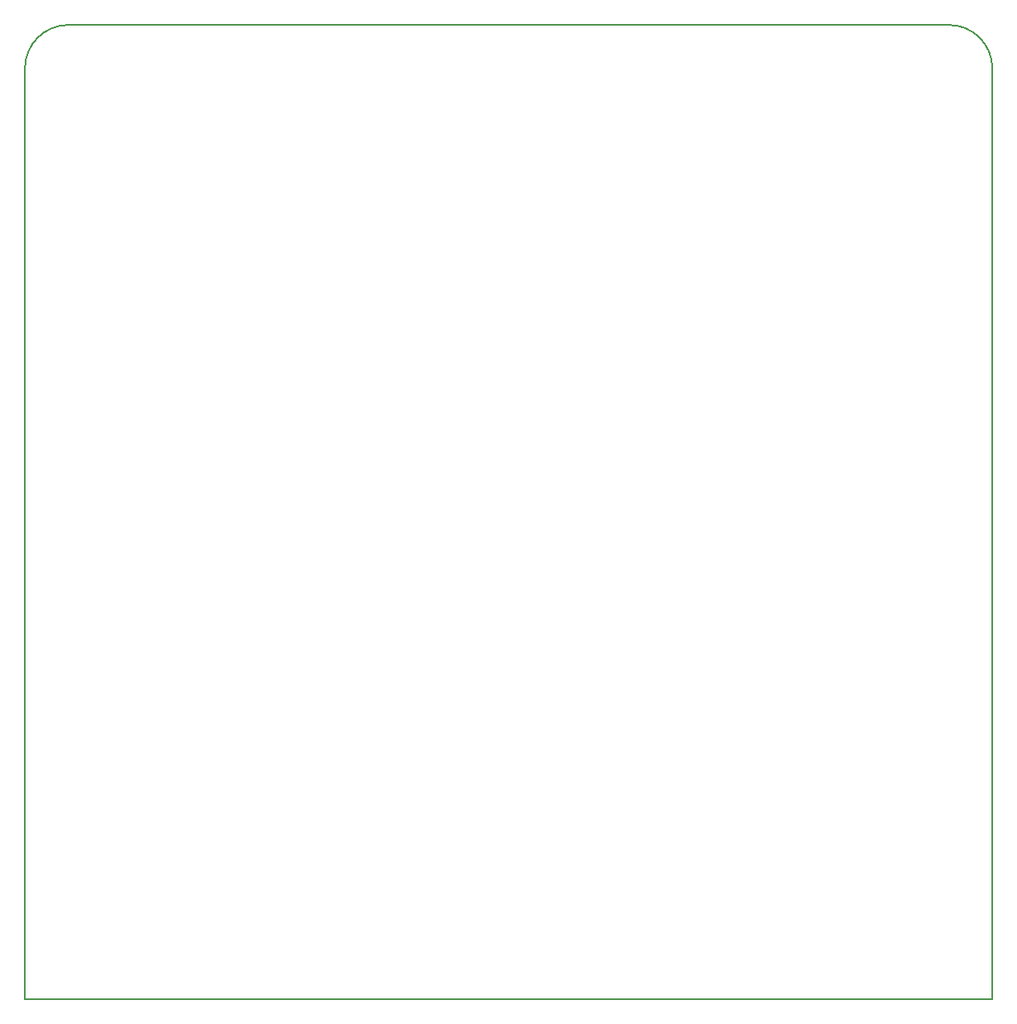
<source format=gm1>
G04 #@! TF.FileFunction,Profile,NP*
%FSLAX46Y46*%
G04 Gerber Fmt 4.6, Leading zero omitted, Abs format (unit mm)*
G04 Created by KiCad (PCBNEW 4.0.7) date 02/09/19 17:10:25*
%MOMM*%
%LPD*%
G01*
G04 APERTURE LIST*
%ADD10C,0.100000*%
%ADD11C,0.150000*%
G04 APERTURE END LIST*
D10*
D11*
X100330000Y-140970000D02*
X100330000Y-45720000D01*
X199390000Y-45720000D02*
X199390000Y-140970000D01*
X104775000Y-41275000D02*
X194945000Y-41275000D01*
X199390000Y-45720000D02*
G75*
G03X194945000Y-41275000I-4445000J0D01*
G01*
X104775000Y-41275000D02*
G75*
G03X100330000Y-45720000I0J-4445000D01*
G01*
X100330000Y-140970000D02*
X199390000Y-140970000D01*
M02*

</source>
